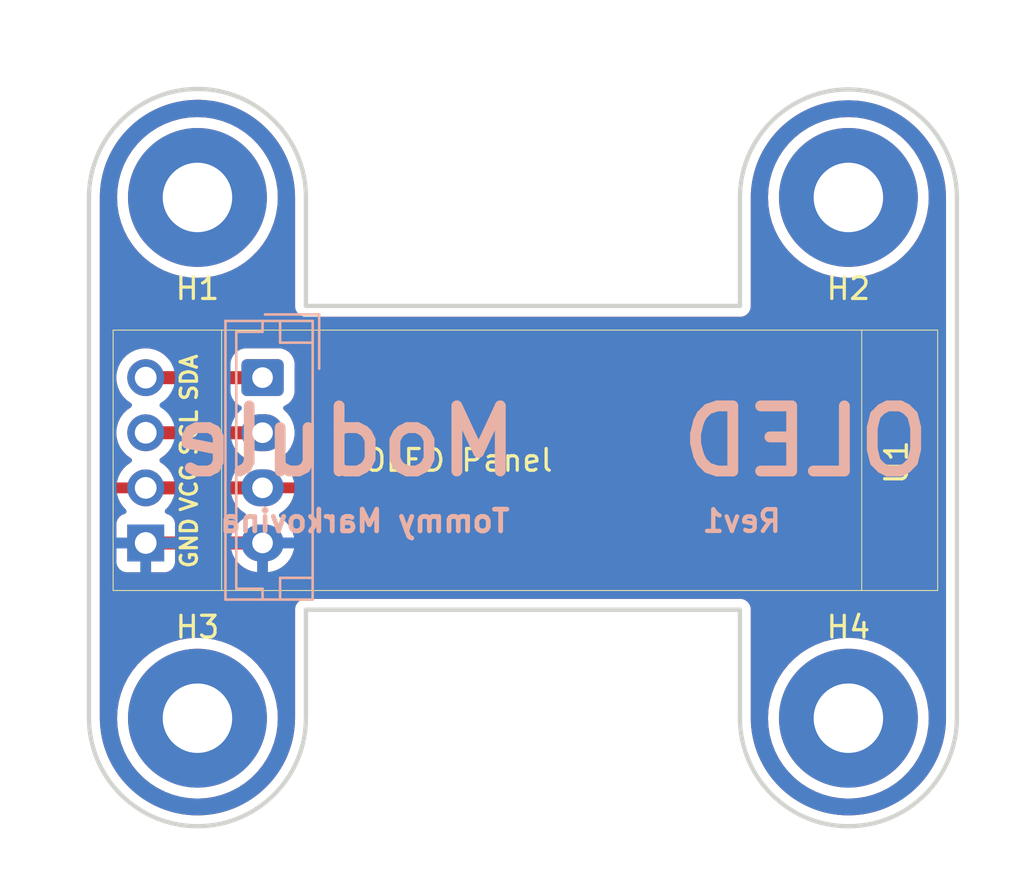
<source format=kicad_pcb>
(kicad_pcb (version 20240108) (generator "pcbnew") (generator_version "8.0")
  (layers (0 "F.Cu" signal) (31 "B.Cu" signal) (34 "B.Paste" user) (35 "F.Paste" user) (36 "B.SilkS" user "B.Silkscreen") (37 "F.SilkS" user "F.Silkscreen") (38 "B.Mask" user) (39 "F.Mask" user) (44 "Edge.Cuts" user))
  (net 0 "")
  (net 1 "+5V")
  (net 2 "GND")
  (net 3 "SCLJST")
  (net 4 "SDAJST")
  (footprint "MountingHole:MountingHole_3.2mm_M3_Pad" (layer "F.Cu") (at 21 21 180)
    (property "Reference" "H1" (at 0 -4.2 180) (layer "F.SilkS"))
    (property "Value" "MountingHole")
    (pad "1" thru_hole circle (at 0 0 180) (size 6.4 6.4) (drill 3.2) (layers "*.Cu" "*.Mask"))
  )
  (footprint "MountingHole:MountingHole_3.2mm_M3_Pad" (layer "F.Cu") (at 21 45)
    (property "Reference" "H3" (at 0 -4.2 0) (layer "F.SilkS"))
    (property "Value" "MountingHole")
    (pad "1" thru_hole circle (at 0 0) (size 6.4 6.4) (drill 3.2) (layers "*.Cu" "*.Mask"))
  )
  (footprint "MountingHole:MountingHole_3.2mm_M3_Pad" (layer "F.Cu") (at 51 45)
    (property "Reference" "H4" (at 0 -4.2 0) (layer "F.SilkS"))
    (property "Value" "MountingHole")
    (pad "1" thru_hole circle (at 0 0) (size 6.4 6.4) (drill 3.2) (layers "*.Cu" "*.Mask"))
  )
  (footprint "MountingHole:MountingHole_3.2mm_M3_Pad" (layer "F.Cu") (at 51 21 180)
    (property "Reference" "H2" (at 0 -4.2 180) (layer "F.SilkS"))
    (property "Value" "MountingHole")
    (pad "1" thru_hole circle (at 0 0 180) (size 6.4 6.4) (drill 3.2) (layers "*.Cu" "*.Mask"))
  )
  (footprint "OLEDModuleLibrary:SSD1306-OLED-4pin-128x32" (layer "F.Cu") (at 17.115 27.115)
    (property "Reference" "U1" (at 36.1 6.09 -90) (layer "F.SilkS"))
    (property "Value" "~")
    (fp_line (start 0 0) (end 0 12) (stroke (width 0.04)) (layer "F.SilkS"))
    (fp_line (start 0 12) (end 38 12) (stroke (width 0.04)) (layer "F.SilkS"))
    (fp_line (start 5 12) (end 5 0) (stroke (width 0.04)) (layer "F.SilkS"))
    (fp_line (start 34.5 12) (end 34.5 0) (stroke (width 0.04)) (layer "F.SilkS"))
    (fp_line (start 38 0) (end 0 0) (stroke (width 0.04)) (layer "F.SilkS"))
    (fp_line (start 38 12) (end 38 0) (stroke (width 0.04)) (layer "F.SilkS"))
    (fp_text user "VCC" (at 3.5 7.27 90) (layer "F.SilkS") (effects (font (size 0.75 0.75))))
    (fp_text user "SCL" (at 3.5 4.73 90) (layer "F.SilkS") (effects (font (size 0.75 0.75))))
    (fp_text user "GND" (at 3.5 9.81 90) (layer "F.SilkS") (effects (font (size 0.75 0.75))))
    (fp_text user "SDA" (at 3.5 2.19 90) (layer "F.SilkS") (effects (font (size 0.75 0.75))))
    (fp_text user "OLED Panel" (at 15.885 6 180) (layer "F.SilkS"))
    (pad "1" thru_hole rect (at 1.5 9.81 180) (size 1.7 1.7) (drill 1) (layers "*.Cu" "*.Mask") (net 2 "GND"))
    (pad "2" thru_hole oval (at 1.5 7.27 180) (size 1.7 1.7) (drill 1) (layers "*.Cu" "*.Mask") (net 1 "+5V"))
    (pad "3" thru_hole oval (at 1.5 4.73 180) (size 1.7 1.7) (drill 1) (layers "*.Cu" "*.Mask") (net 3 "SCLJST"))
    (pad "4" thru_hole oval (at 1.5 2.19 180) (size 1.7 1.7) (drill 1) (layers "*.Cu" "*.Mask") (net 4 "SDAJST"))
  )
  (footprint "OLEDModuleLibrary:JST_XH_2.54_01x04_Vertical" (layer "B.Cu") (at 21.9 26.3025 -90)
    (property "Reference" "J1" (hide yes))
    (property "Value" "XH 2.54mm_01x04")
    (fp_line (start 0.39 -0.39) (end 13.23 -0.39) (stroke (width 0.12)) (layer "B.SilkS"))
    (fp_line (start 13.23 -0.39) (end 13.23 -4.41) (stroke (width 0.12)) (layer "B.SilkS"))
    (fp_line (start 0.89 -0.89) (end 0.89 -2.1) (stroke (width 0.12)) (layer "B.SilkS"))
    (fp_line (start 12.73 -0.89) (end 0.89 -0.89) (stroke (width 0.12)) (layer "B.SilkS"))
    (fp_line (start 0.89 -2.1) (end 0.39 -2.1) (stroke (width 0.12)) (layer "B.SilkS"))
    (fp_line (start 12.73 -2.1) (end 12.73 -0.89) (stroke (width 0.12)) (layer "B.SilkS"))
    (fp_line (start 13.23 -2.1) (end 12.73 -2.1) (stroke (width 0.12)) (layer "B.SilkS"))
    (fp_line (start 1.39 -2.91) (end 0.39 -2.91) (stroke (width 0.12)) (layer "B.SilkS"))
    (fp_line (start 12.23 -2.91) (end 13.23 -2.91) (stroke (width 0.12)) (layer "B.SilkS"))
    (fp_line (start 0.39 -4.41) (end 0.39 -0.39) (stroke (width 0.12)) (layer "B.SilkS"))
    (fp_line (start 1.39 -4.41) (end 1.39 -2.91) (stroke (width 0.12)) (layer "B.SilkS"))
    (fp_line (start 12.23 -4.41) (end 12.23 -2.91) (stroke (width 0.12)) (layer "B.SilkS"))
    (fp_line (start 13.23 -4.41) (end 0.39 -4.41) (stroke (width 0.12)) (layer "B.SilkS"))
    (fp_line (start 0.09 -4.71) (end 0.09 -2.21) (stroke (width 0.12)) (layer "B.SilkS"))
    (fp_line (start 2.59 -4.71) (end 0.09 -4.71) (stroke (width 0.12)) (layer "B.SilkS"))
    (pad "1" thru_hole roundrect (at 3 -2.1 270) (size 1.7 1.95) (drill 0.95) (layers "*.Cu" "*.Mask") (roundrect_rratio 0.147059) (net 4 "SDAJST"))
    (pad "2" thru_hole oval (at 5.54 -2.1 270) (size 1.7 1.95) (drill 0.95) (layers "*.Cu" "*.Mask") (net 3 "SCLJST"))
    (pad "3" thru_hole oval (at 8.08 -2.1 270) (size 1.7 1.95) (drill 0.95) (layers "*.Cu" "*.Mask") (net 1 "+5V"))
    (pad "4" thru_hole oval (at 10.62 -2.1 270) (size 1.7 1.95) (drill 0.95) (layers "*.Cu" "*.Mask") (net 2 "GND"))
  )
  (gr_line (start 25.999833 44.99988) (end 25.999833 40.00018) (stroke (width 0.2)) (layer "Edge.Cuts"))
  (gr_line (start 15.999927 26) (end 15.999927 40.00018) (stroke (width 0.2)) (layer "Edge.Cuts"))
  (gr_curve (pts (xy 56.000067 21.00031) (xy 55.988167 18.24737) (xy 53.752817 16.0218) (xy 50.999857 16.0218)) (stroke (width 0.2)) (layer "Edge.Cuts"))
  (gr_line (start 56.000067 44.99988) (end 56.000067 40.00018) (stroke (width 0.2)) (layer "Edge.Cuts"))
  (gr_curve (pts (xy 20.999621 49.97838) (xy 23.752541 49.97838) (xy 25.987923 47.75277) (xy 25.999833 44.99988)) (stroke (width 0.2)) (layer "Edge.Cuts"))
  (gr_line (start 25.999833 26) (end 25.999833 21.00031) (stroke (width 0.2)) (layer "Edge.Cuts"))
  (gr_line (start 46.000167 26) (end 25.999833 26) (stroke (width 0.2)) (layer "Edge.Cuts"))
  (gr_curve (pts (xy 20.918489 16.00006) (xy 20.710588 16.00406) (xy 20.500429 16.02076) (xy 20.288554 16.05126)) (stroke (width 0.2)) (layer "Edge.Cuts"))
  (gr_curve (pts (xy 15.999927 44.99988) (xy 16.011837 47.75277) (xy 18.246702 49.97838) (xy 20.999621 49.97838)) (stroke (width 0.2)) (layer "Edge.Cuts"))
  (gr_line (start 46.000167 40.00018) (end 46.000167 44.99988) (stroke (width 0.2)) (layer "Edge.Cuts"))
  (gr_line (start 25.999833 40.00018) (end 46.000167 40.00018) (stroke (width 0.2)) (layer "Edge.Cuts"))
  (gr_line (start 56.000067 40.00018) (end 56.000067 26) (stroke (width 0.2)) (layer "Edge.Cuts"))
  (gr_line (start 15.999927 21.00031) (end 15.999927 26) (stroke (width 0.2)) (layer "Edge.Cuts"))
  (gr_curve (pts (xy 25.999833 21.00031) (xy 25.999779 18.24142) (xy 23.783937 16.06251) (xy 21.125712 16.00061)) (stroke (width 0.2)) (layer "Edge.Cuts"))
  (gr_line (start 15.999927 40.00018) (end 15.999927 44.99988) (stroke (width 0.2)) (layer "Edge.Cuts"))
  (gr_curve (pts (xy 20.288554 16.05126) (xy 17.827354 16.40502) (xy 15.999969 18.51381) (xy 15.999927 21.00031)) (stroke (width 0.2)) (layer "Edge.Cuts"))
  (gr_curve (pts (xy 50.999857 49.97838) (xy 53.752797 49.97838) (xy 55.988157 47.75279) (xy 56.000067 44.99988)) (stroke (width 0.2)) (layer "Edge.Cuts"))
  (gr_line (start 46.000167 21.00031) (end 46.000167 26) (stroke (width 0.2)) (layer "Edge.Cuts"))
  (gr_curve (pts (xy 46.000167 44.99988) (xy 46.012067 47.75279) (xy 48.246917 49.97838) (xy 50.999857 49.97838)) (stroke (width 0.2)) (layer "Edge.Cuts"))
  (gr_curve (pts (xy 21.125712 16.00061) (xy 21.056962 15.99861) (xy 20.98779 15.99861) (xy 20.918489 16.0001)) (stroke (width 0.2)) (layer "Edge.Cuts"))
  (gr_line (start 56.000067 26) (end 56.000067 21.00031) (stroke (width 0.2)) (layer "Edge.Cuts"))
  (gr_curve (pts (xy 50.999857 16.0218) (xy 48.246897 16.0218) (xy 46.012077 18.24737) (xy 46.000167 21.00031)) (stroke (width 0.2)) (layer "Edge.Cuts"))
  (gr_text "Module" (at 36 34 0) (layer "B.SilkS") (effects (font (size 3 3) (thickness 0.5) (bold yes)) (justify left bottom mirror)))
  (gr_text "Tommy Markovina" (at 35.5 36.5 0) (layer "B.SilkS") (effects (font (size 1 1) (thickness 0.22) (bold yes)) (justify left bottom mirror)))
  (gr_text "Rev1" (at 48 36.5 0) (layer "B.SilkS") (effects (font (size 1 1) (thickness 0.2) (bold yes)) (justify left bottom mirror)))
  (gr_text "OLED" (at 55 34 0) (layer "B.SilkS") (effects (font (size 3 3) (thickness 0.5) (bold yes)) (justify left bottom mirror)))
  (segment (start 18.615 34.385) (end 23.9975 34.385) (width 0.6) (layer "F.Cu") (net 1))
  (segment (start 23.9975 34.385) (end 24 34.3825) (width 0.6) (layer "F.Cu") (net 1))
  (segment (start 23.9975 36.925) (end 24 36.9225) (width 0.6) (layer "F.Cu") (net 2))
  (segment (start 18.615 36.925) (end 23.9975 36.925) (width 0.6) (layer "F.Cu") (net 2))
  (segment (start 18.615 31.845) (end 23.9975 31.845) (width 0.6) (layer "F.Cu") (net 3))
  (segment (start 23.9975 31.845) (end 24 31.8425) (width 0.6) (layer "F.Cu") (net 3))
  (segment (start 23.9975 29.305) (end 24 29.3025) (width 0.6) (layer "F.Cu") (net 4))
  (segment (start 18.615 29.305) (end 23.9975 29.305) (width 0.6) (layer "F.Cu") (net 4))
  (zone (net 1) (net_name "+5V") (layer "F.Cu") (priority 1) (connect_pads (clearance 0.5)) (min_thickness 0.25) (fill yes (thermal_gap 0.5) (thermal_bridge_width 0.5))
    (polygon (pts (xy 14 15) (xy 57 15) (xy 57 51) (xy 14 51)))
  )
  (zone (net 2) (net_name "GND") (layer "B.Cu") (connect_pads (clearance 0.5)) (min_thickness 0.25) (fill yes (thermal_gap 0.5) (thermal_bridge_width 0.5))
    (polygon (pts (xy 14 15) (xy 14 51) (xy 57 51) (xy 57 15)))
  )
)
</source>
